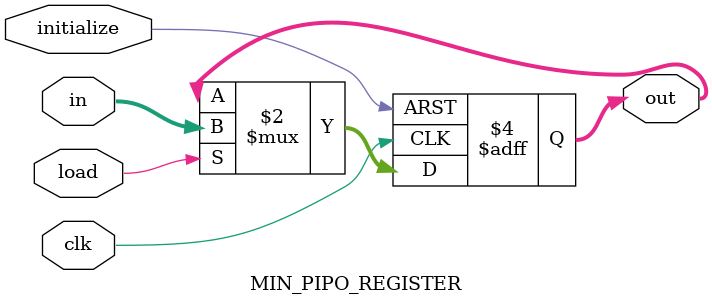
<source format=v>

`timescale 1ns/1ps

module MIN_PIPO_REGISTER(clk, load, initialize, out, in);
	input clk, load, initialize;
	input[31:0] in;
	output reg[31:0] out;

	always @(posedge clk or posedge initialize) begin
		if (initialize)
			out <= 32'hFFFFFFFF;
		else if (load)
			out <= in;
	end
endmodule

</source>
